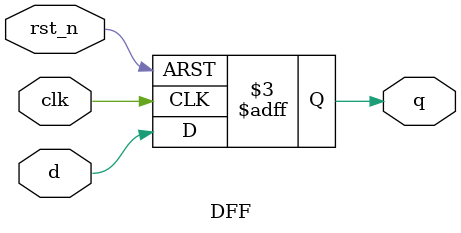
<source format=sv>
`timescale 1ns / 1ps


module DFF (
    input logic d,   //cout alu      // Data input
    input logic clk,      // Clock input
    input logic rst_n,    // Active-low reset
    output logic q     //carry   // Output
);

    // Behavioral description of D flip-flop
    always_ff @(posedge clk or negedge rst_n) begin
        if (~rst_n) begin
            q <= 1'b0; // Reset output to 0
        end else begin
            q <= d; // Capture input on clock edge
        end
    end

endmodule


</source>
